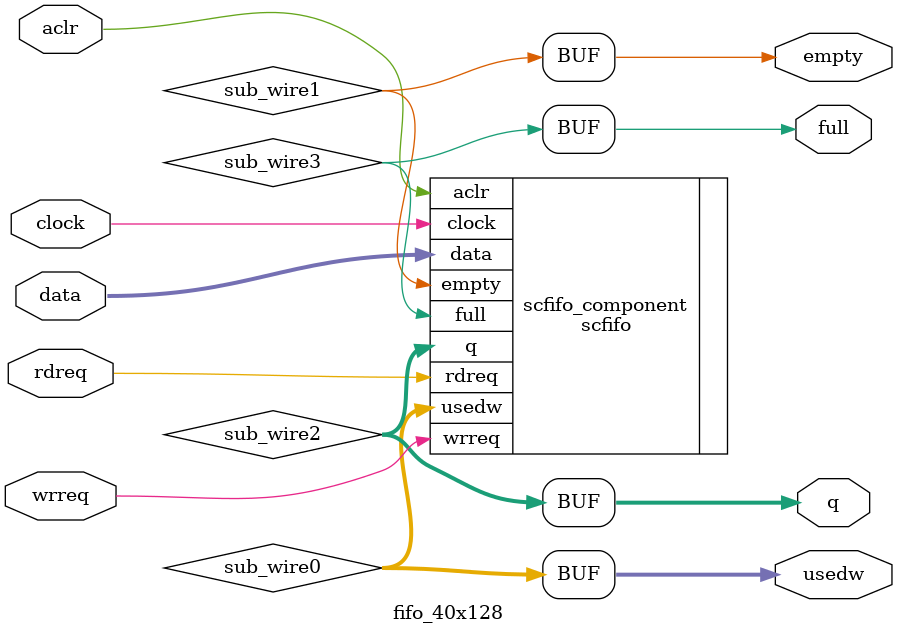
<source format=v>
module fifo_40x128 (
	data,
	wrreq,
	rdreq,
	clock,
	aclr,
	q,
	full,
	empty,
	usedw);
	input	[39:0]  data;
	input	  wrreq;
	input	  rdreq;
	input	  clock;
	input	  aclr;
	output	[39:0]  q;
	output	  full;
	output	  empty;
	output	[6:0]  usedw;
	wire [6:0] sub_wire0;
	wire  sub_wire1;
	wire [39:0] sub_wire2;
	wire  sub_wire3;
	wire [6:0] usedw = sub_wire0[6:0];
	wire  empty = sub_wire1;
	wire [39:0] q = sub_wire2[39:0];
	wire  full = sub_wire3;
	scfifo	scfifo_component (
				.rdreq (rdreq),
				.aclr (aclr),
				.clock (clock),
				.wrreq (wrreq),
				.data (data),
				.usedw (sub_wire0),
				.empty (sub_wire1),
				.q (sub_wire2),
				.full (sub_wire3)
				// synopsys translate_off
				,
				.almost_empty (),
				.almost_full (),
				.sclr ()
				// synopsys translate_on
				);
	defparam
		scfifo_component.lpm_width = 40,
		scfifo_component.lpm_numwords = 128,
		scfifo_component.lpm_widthu = 7,
		scfifo_component.intended_device_family = "Cyclone II",
		scfifo_component.lpm_type = "scfifo",
		scfifo_component.lpm_showahead = "OFF",
		scfifo_component.overflow_checking = "ON",
		scfifo_component.underflow_checking = "ON",
		scfifo_component.use_eab = "ON",
		scfifo_component.add_ram_output_register = "ON";
endmodule
</source>
